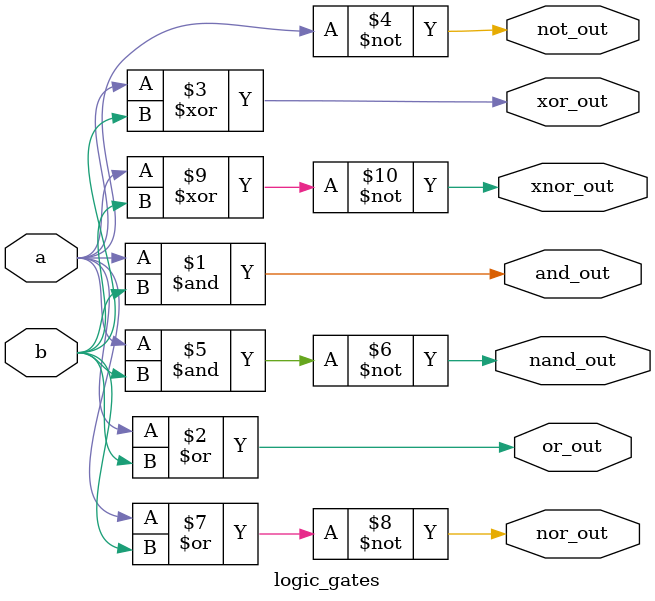
<source format=v>
module logic_gates (
  input a,
  input b,
  output and_out,
  output or_out,
  output xor_out,
  output not_out,
  output nand_out,
  output nor_out,
  output xnor_out);
  
  assign and_out  = a & b;
  assign or_out   = a| b;
  assign xor_out  = a ^ b;
  assign not_out  = ~a;
  assign nand_out = ~(a & b);
  assign nor_out  = ~(a | b );
  assign xnor_out = ~(a ^ b);
  
endmodule

</source>
